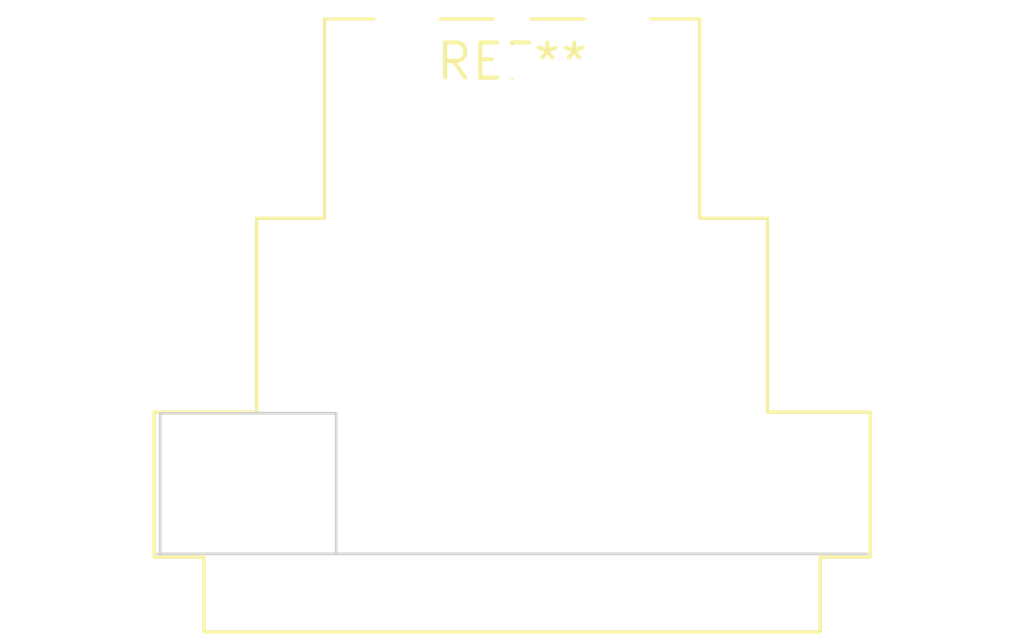
<source format=kicad_pcb>
(kicad_pcb (version 20240108) (generator pcbnew)
  (layers (0 "F.Cu" signal) (31 "B.Cu" signal) (34 "B.Paste" user) (35 "F.Paste" user) (36 "B.SilkS" user "B.Silkscreen") (37 "F.SilkS" user "F.Silkscreen") (38 "B.Mask" user) (39 "F.Mask" user) (44 "Edge.Cuts" user))
  (net 0 "")
  (footprint "Jack_XLR_Neutrik_NC3MAHL_Horizontal" (layer "F.Cu") (at 0 0)
    (property "Reference" "REF**")
    (property "Value" "Jack_XLR_Neutrik_NC3MAHL_Horizontal")
    (fp_line (start -12.92 12.66) (end -9.22 12.66) (layer "F.SilkS") (stroke (width 0.12)))
    (fp_line (start -12.92 17.9) (end -12.92 12.66) (layer "F.SilkS") (stroke (width 0.12)))
    (fp_line (start -11.12 17.9) (end -12.92 17.9) (layer "F.SilkS") (stroke (width 0.12)))
    (fp_line (start -11.12 17.9) (end -11.12 20.6) (layer "F.SilkS") (stroke (width 0.12)))
    (fp_line (start -9.22 12.66) (end -9.22 5.66) (layer "F.SilkS") (stroke (width 0.12)))
    (fp_line (start -6.77 5.66) (end -9.22 5.66) (layer "F.SilkS") (stroke (width 0.12)))
    (fp_line (start -6.77 5.66) (end -6.77 -1.54) (layer "F.SilkS") (stroke (width 0.12)))
    (fp_line (start -5 -1.54) (end -6.77 -1.54) (layer "F.SilkS") (stroke (width 0.12)))
    (fp_line (start -0.7 -1.54) (end -2.6 -1.54) (layer "F.SilkS") (stroke (width 0.12)))
    (fp_line (start -0.7 -1.54) (end -2.6 -1.54) (layer "F.SilkS") (stroke (width 0.12)))
    (fp_line (start 0.7 -1.54) (end 2.6 -1.54) (layer "F.SilkS") (stroke (width 0.12)))
    (fp_line (start 0.7 -1.54) (end 2.6 -1.54) (layer "F.SilkS") (stroke (width 0.12)))
    (fp_line (start 6.77 -1.54) (end 5 -1.54) (layer "F.SilkS") (stroke (width 0.12)))
    (fp_line (start 6.77 5.66) (end 6.77 -1.54) (layer "F.SilkS") (stroke (width 0.12)))
    (fp_line (start 6.77 5.66) (end 9.22 5.66) (layer "F.SilkS") (stroke (width 0.12)))
    (fp_line (start 9.22 12.66) (end 9.22 5.66) (layer "F.SilkS") (stroke (width 0.12)))
    (fp_line (start 9.22 12.66) (end 12.92 12.66) (layer "F.SilkS") (stroke (width 0.12)))
    (fp_line (start 11.12 17.9) (end 11.12 20.6) (layer "F.SilkS") (stroke (width 0.12)))
    (fp_line (start 11.12 20.6) (end -11.12 20.6) (layer "F.SilkS") (stroke (width 0.12)))
    (fp_line (start 12.92 17.9) (end 11.12 17.9) (layer "F.SilkS") (stroke (width 0.12)))
    (fp_line (start 12.92 17.9) (end 12.92 12.66) (layer "F.SilkS") (stroke (width 0.12)))
    (fp_line (start -12.7 12.7) (end -12.7 17.78) (layer "Edge.Cuts") (stroke (width 0.1)))
    (fp_line (start -6.35 12.7) (end -12.7 12.7) (layer "Edge.Cuts") (stroke (width 0.1)))
    (fp_line (start -6.35 17.78) (end -6.35 12.7) (layer "Edge.Cuts") (stroke (width 0.1)))
    (fp_line (start 12.8 17.78) (end -12.8 17.78) (layer "Edge.Cuts") (stroke (width 0.1)))
    (pad "" np_thru_hole circle (at 0 9.52) (size 1.2 1.2) (drill 1.2) (layers *.Cu *.Mask))
    (pad "1" thru_hole circle (at 0 0) (size 2.9 2.9) (drill 1.2) (layers *.Cu *.Mask) (remove_unused_layers))
    (pad "2" thru_hole circle (at -3.81 0) (size 3.4 3.4) (drill 1.6) (layers *.Cu *.Mask) (remove_unused_layers))
    (pad "3" thru_hole circle (at 3.81 0) (size 3.4 3.4) (drill 1.6) (layers *.Cu *.Mask) (remove_unused_layers))
    (pad "G" thru_hole circle (at 0 3.81) (size 2.9 2.9) (drill 1.2) (layers *.Cu *.Mask) (remove_unused_layers))
  )
)
</source>
